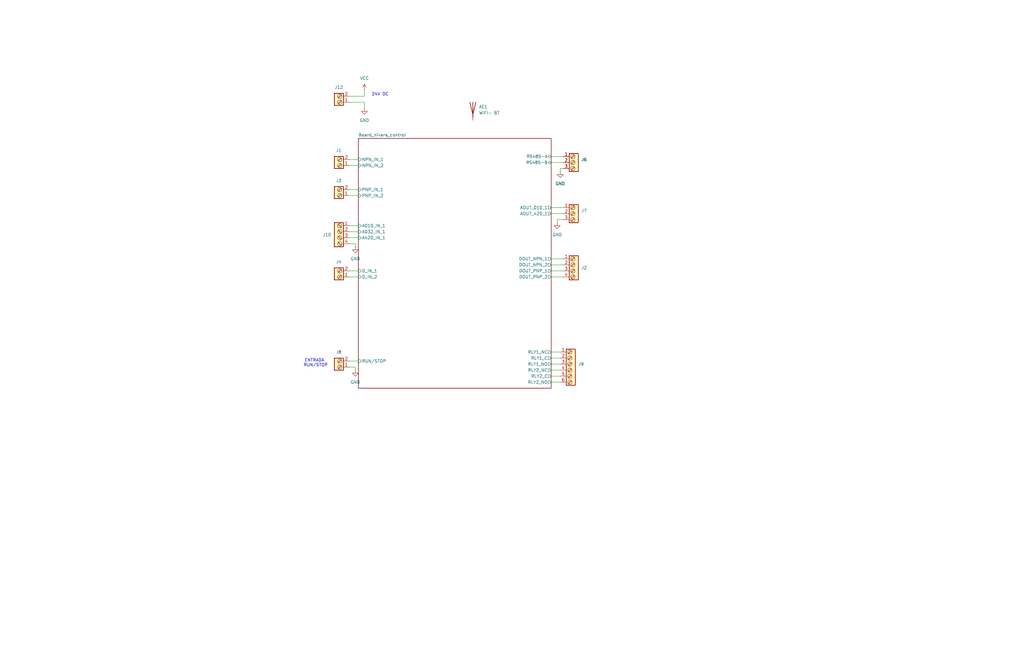
<source format=kicad_sch>
(kicad_sch (version 20250114) (generator "eeschema") (generator_version "9.0")
  (paper "USLedger")
  (title_block (title "NIVARA CONTROL") (date "2025-06-12") (rev "1") (company "ELECTIVA ITLA"))
  (lib_symbols
    (symbol "Device:Antenna" (pin_numbers (hide yes)) (pin_names (offset 1.016) (hide yes))
      (property "Reference" "AE" (at -1.905 1.905 0))
      (property "Value" "Antenna" (at -1.905 0 0))
      (symbol "Antenna_0_1"
        (polyline (pts (xy 0 2.54) (xy 0 -3.81)) (stroke (width 0.254)))
        (polyline (pts (xy 1.27 2.54) (xy 0 -2.54) (xy -1.27 2.54)) (stroke (width 0.254)))
      )
      (symbol "Antenna_1_1"
        (pin input line (at 0 -5.08 90) (length 2.54) (name "A") (number "1"))
      )
    )
    (symbol "PCM_SL_Screw_Terminal:Screw_Terminal_2_P5.00mm"
      (property "Reference" "J" (at 0 3.81 0))
      (property "Value" "Screw_Terminal_2_P5.00mm" (at 0 -3.81 0))
      (symbol "Screw_Terminal_2_P5.00mm_0_1"
        (rectangle (start -1.27 2.54) (end 2.54 -2.54) (stroke (width 0.3)) (fill (type background)))
        (polyline (pts (xy -0.254 0.508) (xy 1.016 1.778)))
        (polyline (pts (xy -0.254 -2.032) (xy 1.016 -0.762)))
        (polyline (pts (xy 0 1.27) (xy -0.508 0.762) (xy 0.762 2.032)))
        (polyline (pts (xy 0 -1.27) (xy -0.508 -1.778) (xy 0.762 -0.508)))
        (circle (center 0.254 1.27) (radius 0.9158))
        (circle (center 0.254 -1.27) (radius 0.9158))
      )
      (symbol "Screw_Terminal_2_P5.00mm_1_1"
        (pin passive line (at -3.81 1.27 0) (length 2.54) (name "") (number "1"))
        (pin passive line (at -3.81 -1.27 0) (length 2.54) (name "") (number "2"))
      )
    )
    (symbol "PCM_SL_Screw_Terminal:Screw_Terminal_3_P5.00mm"
      (property "Reference" "J" (at 0 5.842 0))
      (property "Value" "Screw_Terminal_3_P5.00mm" (at 1.27 -5.588 0))
      (symbol "Screw_Terminal_3_P5.00mm_0_1"
        (rectangle (start -1.27 3.81) (end 2.54 -3.81) (stroke (width 0.3)) (fill (type background)))
        (polyline (pts (xy -0.254 1.778) (xy 1.016 3.048)))
        (polyline (pts (xy -0.254 -0.762) (xy 1.016 0.508)))
        (polyline (pts (xy -0.254 -3.302) (xy 1.016 -2.032)))
        (polyline (pts (xy 0 2.54) (xy -0.508 2.032) (xy 0.762 3.302)))
        (polyline (pts (xy 0 0) (xy -0.508 -0.508) (xy 0.762 0.762)))
        (polyline (pts (xy 0 -2.54) (xy -0.508 -3.048) (xy 0.762 -1.778)))
        (circle (center 0.254 2.54) (radius 0.9158))
        (circle (center 0.254 0) (radius 0.9158))
        (circle (center 0.254 -2.54) (radius 0.9158))
      )
      (symbol "Screw_Terminal_3_P5.00mm_1_1"
        (pin passive line (at -3.81 2.54 0) (length 2.54) (name "") (number "1"))
        (pin passive line (at -3.81 0 0) (length 2.54) (name "") (number "2"))
        (pin passive line (at -3.81 -2.54 0) (length 2.54) (name "") (number "3"))
      )
    )
    (symbol "PCM_SL_Screw_Terminal:Screw_Terminal_4_P5.00mm"
      (property "Reference" "J" (at 0 6.35 0))
      (property "Value" "Screw_Terminal_4_P5.00mm" (at 1.27 -6.35 0))
      (symbol "Screw_Terminal_4_P5.00mm_0_1"
        (rectangle (start -1.27 5.08) (end 2.54 -5.08) (stroke (width 0.3)) (fill (type background)))
        (polyline (pts (xy -0.254 3.048) (xy 1.016 4.318)))
        (polyline (pts (xy -0.254 0.508) (xy 1.016 1.778)))
        (polyline (pts (xy -0.254 -2.032) (xy 1.016 -0.762)))
        (polyline (pts (xy -0.254 -4.572) (xy 1.016 -3.302)))
        (polyline (pts (xy 0 3.81) (xy -0.508 3.302) (xy 0.762 4.572)))
        (polyline (pts (xy 0 1.27) (xy -0.508 0.762) (xy 0.762 2.032)))
        (polyline (pts (xy 0 -1.27) (xy -0.508 -1.778) (xy 0.762 -0.508)))
        (polyline (pts (xy 0 -3.81) (xy -0.508 -4.318) (xy 0.762 -3.048)))
        (circle (center 0.254 3.81) (radius 0.9158))
        (circle (center 0.254 1.27) (radius 0.9158))
        (circle (center 0.254 -1.27) (radius 0.9158))
        (circle (center 0.254 -3.81) (radius 0.9158))
      )
      (symbol "Screw_Terminal_4_P5.00mm_1_1"
        (pin passive line (at -3.81 3.81 0) (length 2.54) (name "") (number "1"))
        (pin passive line (at -3.81 1.27 0) (length 2.54) (name "") (number "2"))
        (pin passive line (at -3.81 -1.27 0) (length 2.54) (name "") (number "3"))
        (pin passive line (at -3.81 -3.81 0) (length 2.54) (name "") (number "4"))
      )
    )
    (symbol "PCM_SL_Screw_Terminal:Screw_Terminal_6_P5.00mm"
      (property "Reference" "J" (at 0 8.89 0))
      (property "Value" "Screw_Terminal_6_P5.00mm" (at 1.27 -8.89 0))
      (symbol "Screw_Terminal_6_P5.00mm_0_1"
        (rectangle (start -1.27 7.62) (end 2.54 -7.62) (stroke (width 0.3)) (fill (type background)))
        (polyline (pts (xy -0.254 5.588) (xy 1.016 6.858)))
        (polyline (pts (xy -0.254 3.048) (xy 1.016 4.318)))
        (polyline (pts (xy -0.254 0.508) (xy 1.016 1.778)))
        (polyline (pts (xy -0.254 -2.032) (xy 1.016 -0.762)))
        (polyline (pts (xy -0.254 -4.572) (xy 1.016 -3.302)))
        (polyline (pts (xy -0.254 -7.112) (xy 1.016 -5.842)))
        (polyline (pts (xy 0 6.35) (xy -0.508 5.842) (xy 0.762 7.112)))
        (polyline (pts (xy 0 3.81) (xy -0.508 3.302) (xy 0.762 4.572)))
        (polyline (pts (xy 0 1.27) (xy -0.508 0.762) (xy 0.762 2.032)))
        (polyline (pts (xy 0 -1.27) (xy -0.508 -1.778) (xy 0.762 -0.508)))
        (polyline (pts (xy 0 -3.81) (xy -0.508 -4.318) (xy 0.762 -3.048)))
        (polyline (pts (xy 0 -6.35) (xy -0.508 -6.858) (xy 0.762 -5.588)))
        (circle (center 0.254 6.35) (radius 0.9158))
        (circle (center 0.254 3.81) (radius 0.9158))
        (circle (center 0.254 1.27) (radius 0.9158))
        (circle (center 0.254 -1.27) (radius 0.9158))
        (circle (center 0.254 -3.81) (radius 0.9158))
        (circle (center 0.254 -6.35) (radius 0.9158))
      )
      (symbol "Screw_Terminal_6_P5.00mm_1_1"
        (pin passive line (at -3.81 6.35 0) (length 2.54) (name "") (number "1"))
        (pin passive line (at -3.81 3.81 0) (length 2.54) (name "") (number "2"))
        (pin passive line (at -3.81 1.27 0) (length 2.54) (name "") (number "3"))
        (pin passive line (at -3.81 -1.27 0) (length 2.54) (name "") (number "4"))
        (pin passive line (at -3.81 -3.81 0) (length 2.54) (name "") (number "5"))
        (pin passive line (at -3.81 -6.35 0) (length 2.54) (name "") (number "6"))
      )
    )
    (symbol "power:GND" (power) (pin_numbers (hide yes)) (pin_names (offset 0) (hide yes))
      (property "Value" "GND" (at 0 -3.81 0))
      (symbol "GND_0_1"
        (polyline (pts (xy 0 0) (xy 0 -1.27) (xy 1.27 -1.27) (xy 0 -2.54) (xy -1.27 -1.27) (xy 0 -1.27)))
      )
      (symbol "GND_1_1"
        (pin power_in line (at 0 0 270) (length 0) (name "~") (number "1"))
      )
    )
    (symbol "power:VCC" (power) (pin_numbers (hide yes)) (pin_names (offset 0) (hide yes))
      (property "Value" "VCC" (at 0 3.556 0))
      (symbol "VCC_0_1"
        (polyline (pts (xy -0.762 1.27) (xy 0 2.54)))
        (polyline (pts (xy 0 2.54) (xy 0.762 1.27)))
        (polyline (pts (xy 0 0) (xy 0 2.54)))
      )
      (symbol "VCC_1_1"
        (pin power_in line (at 0 0 90) (length 0) (name "~") (number "1"))
      )
    )
  )
  (text "ENTRADA \nRUN/STOP" (at 133.096 153.162 0) (effects (font (size 1.27 1.27))))
  (text "24V DC" (at 160.274 39.878 0) (effects (font (size 1.27 1.27))))
  (wire (pts (xy 147.32 43.18) (xy 153.67 43.18)))
  (wire (pts (xy 149.86 156.21) (xy 149.86 154.94)))
  (wire (pts (xy 147.32 97.79) (xy 151.13 97.79)))
  (wire (pts (xy 232.41 158.75) (xy 236.22 158.75)))
  (wire (pts (xy 232.41 109.22) (xy 237.49 109.22)))
  (wire (pts (xy 232.41 68.58) (xy 237.49 68.58)))
  (wire (pts (xy 147.32 152.4) (xy 151.13 152.4)))
  (wire (pts (xy 234.95 93.98) (xy 234.95 92.71)))
  (wire (pts (xy 232.41 87.63) (xy 237.49 87.63)))
  (wire (pts (xy 236.22 71.12) (xy 237.49 71.12)))
  (wire (pts (xy 232.41 148.59) (xy 236.22 148.59)))
  (wire (pts (xy 149.86 154.94) (xy 147.32 154.94)))
  (wire (pts (xy 147.32 102.87) (xy 149.86 102.87)))
  (wire (pts (xy 153.67 40.64) (xy 153.67 38.1)))
  (wire (pts (xy 147.32 69.85) (xy 151.13 69.85)))
  (wire (pts (xy 147.32 40.64) (xy 153.67 40.64)))
  (wire (pts (xy 232.41 161.29) (xy 236.22 161.29)))
  (wire (pts (xy 232.41 66.04) (xy 237.49 66.04)))
  (wire (pts (xy 153.67 43.18) (xy 153.67 45.72)))
  (wire (pts (xy 147.32 116.84) (xy 151.13 116.84)))
  (wire (pts (xy 147.32 95.25) (xy 151.13 95.25)))
  (wire (pts (xy 147.32 114.3) (xy 151.13 114.3)))
  (wire (pts (xy 236.22 72.39) (xy 236.22 71.12)))
  (wire (pts (xy 232.41 151.13) (xy 236.22 151.13)))
  (wire (pts (xy 232.41 114.3) (xy 237.49 114.3)))
  (wire (pts (xy 232.41 90.17) (xy 237.49 90.17)))
  (wire (pts (xy 147.32 100.33) (xy 151.13 100.33)))
  (wire (pts (xy 234.95 92.71) (xy 237.49 92.71)))
  (wire (pts (xy 149.86 104.14) (xy 149.86 102.87)))
  (wire (pts (xy 147.32 67.31) (xy 151.13 67.31)))
  (wire (pts (xy 232.41 153.67) (xy 236.22 153.67)))
  (wire (pts (xy 232.41 156.21) (xy 236.22 156.21)))
  (wire (pts (xy 232.41 116.84) (xy 237.49 116.84)))
  (wire (pts (xy 147.32 82.55) (xy 151.13 82.55)))
  (wire (pts (xy 147.32 80.01) (xy 151.13 80.01)))
  (wire (pts (xy 232.41 111.76) (xy 237.49 111.76)))
  (symbol (lib_id "power:GND") (at 149.86 104.14 0) (unit 1)
    (property "Reference" "#PWR05" (effects (hide yes)))
    (property "Value" "GND" (at 149.86 109.22 0))
    (property "Description" "Power symbol creates a global label with name \"GND\" , ground" (effects (hide yes)))
  )
  (symbol (lib_id "PCM_SL_Screw_Terminal:Screw_Terminal_2_P5.00mm") (at 143.51 115.57 180) (unit 1)
    (property "Reference" "J4" (at 142.875 110.49 0))
    (property "Value" "Screw_Terminal_2_P5.00mm" (effects (hide yes)))
    (property "Footprint" "TerminalBlock_Phoenix:TerminalBlock_Phoenix_PT-1,5-2-5.0-H_1x02_P5.00mm_Horizontal" (effects (hide yes)))
  )
  (symbol (lib_id "PCM_SL_Screw_Terminal:Screw_Terminal_4_P5.00mm") (at 241.3 113.03 0) (unit 1)
    (property "Reference" "J2" (at 245.11 113.0299 0) (effects (justify left)))
    (property "Value" "Screw_Terminal_4_P5.00mm" (effects (hide yes)))
    (property "Footprint" "TerminalBlock_Phoenix:TerminalBlock_Phoenix_PT-1,5-4-5.0-H_1x04_P5.00mm_Horizontal" (effects (hide yes)))
  )
  (symbol (lib_id "PCM_SL_Screw_Terminal:Screw_Terminal_2_P5.00mm") (at 143.51 81.28 180) (unit 1)
    (property "Reference" "J3" (at 142.875 76.2 0))
    (property "Value" "Screw_Terminal_2_P5.00mm" (effects (hide yes)))
    (property "Footprint" "TerminalBlock_Phoenix:TerminalBlock_Phoenix_PT-1,5-2-5.0-H_1x02_P5.00mm_Horizontal" (effects (hide yes)))
  )
  (symbol (lib_id "PCM_SL_Screw_Terminal:Screw_Terminal_3_P5.00mm") (at 241.3 68.58 0) (unit 1)
    (property "Reference" "J6" (at 245.11 67.3099 0) (effects (justify left)))
    (property "Value" "Screw_Terminal_3_P5.00mm" (effects (hide yes)))
    (property "Footprint" "TerminalBlock_Phoenix:TerminalBlock_Phoenix_PT-1,5-3-5.0-H_1x03_P5.00mm_Horizontal" (effects (hide yes)))
  )
  (symbol (lib_id "PCM_SL_Screw_Terminal:Screw_Terminal_2_P5.00mm") (at 143.51 153.67 180) (unit 1)
    (property "Reference" "J8" (at 142.875 148.59 0))
    (property "Value" "Screw_Terminal_2_P5.00mm" (effects (hide yes)))
    (property "Footprint" "TerminalBlock_Phoenix:TerminalBlock_Phoenix_PT-1,5-2-5.0-H_1x02_P5.00mm_Horizontal" (effects (hide yes)))
  )
  (symbol (lib_id "power:GND") (at 149.86 156.21 0) (unit 1)
    (property "Reference" "#PWR06" (effects (hide yes)))
    (property "Value" "GND" (at 149.86 161.29 0))
    (property "Description" "Power symbol creates a global label with name \"GND\" , ground" (effects (hide yes)))
  )
  (symbol (lib_id "power:GND") (at 234.95 93.98 0) (unit 1)
    (property "Reference" "#PWR07" (effects (hide yes)))
    (property "Value" "GND" (at 234.95 99.06 0))
    (property "Description" "Power symbol creates a global label with name \"GND\" , ground" (effects (hide yes)))
  )
  (symbol (lib_id "PCM_SL_Screw_Terminal:Screw_Terminal_3_P5.00mm") (at 241.3 90.17 0) (unit 1)
    (property "Reference" "J7" (at 245.11 88.8999 0) (effects (justify left)))
    (property "Value" "Screw_Terminal_3_P5.00mm" (effects (hide yes)))
    (property "Footprint" "TerminalBlock_Phoenix:TerminalBlock_Phoenix_PT-1,5-3-5.0-H_1x03_P5.00mm_Horizontal" (effects (hide yes)))
  )
  (symbol (lib_id "PCM_SL_Screw_Terminal:Screw_Terminal_2_P5.00mm") (at 143.51 68.58 180) (unit 1)
    (property "Reference" "J1" (at 142.875 63.5 0))
    (property "Value" "Screw_Terminal_2_P5.00mm" (effects (hide yes)))
    (property "Footprint" "TerminalBlock_Phoenix:TerminalBlock_Phoenix_PT-1,5-2-5.0-H_1x02_P5.00mm_Horizontal" (effects (hide yes)))
  )
  (symbol (lib_id "PCM_SL_Screw_Terminal:Screw_Terminal_6_P5.00mm") (at 240.03 154.94 0) (unit 1)
    (property "Reference" "J9" (at 243.84 153.6699 0) (effects (justify left)))
    (property "Value" "Screw_Terminal_6_P5.00mm" (effects (hide yes)))
    (property "Footprint" "TerminalBlock_Phoenix:TerminalBlock_Phoenix_PT-1,5-6-5.0-H_1x06_P5.00mm_Horizontal" (effects (hide yes)))
  )
  (symbol (lib_id "PCM_SL_Screw_Terminal:Screw_Terminal_4_P5.00mm") (at 143.51 99.06 0) (mirror y) (unit 1)
    (property "Reference" "J10" (at 139.7 99.0599 0) (effects (justify left)))
    (property "Value" "Screw_Terminal_4_P5.00mm" (effects (hide yes)))
    (property "Footprint" "TerminalBlock_Phoenix:TerminalBlock_Phoenix_PT-1,5-4-5.0-H_1x04_P5.00mm_Horizontal" (effects (hide yes)))
  )
  (symbol (lib_id "power:GND") (at 236.22 72.39 0) (unit 1)
    (property "Reference" "#PWR04" (effects (hide yes)))
    (property "Value" "GND" (at 236.22 77.47 0))
    (property "Description" "Power symbol creates a global label with name \"GND\" , ground" (effects (hide yes)))
  )
  (symbol (lib_id "power:GND") (at 153.67 45.72 0) (unit 1)
    (property "Reference" "#PWR01" (effects (hide yes)))
    (property "Value" "GND" (at 153.67 50.8 0))
    (property "Description" "Power symbol creates a global label with name \"GND\" , ground" (effects (hide yes)))
  )
  (symbol (lib_id "Device:Antenna") (at 199.39 45.72 0) (unit 1) (on_board no)
    (property "Reference" "AE1" (at 201.93 45.0849 0) (effects (justify left)))
    (property "Value" "WIFI- BT" (at 201.93 47.6249 0) (effects (justify left)))
    (property "Description" "Antenna" (effects (hide yes)))
  )
  (symbol (lib_id "power:VCC") (at 153.67 38.1 0) (unit 1)
    (property "Reference" "#PWR02" (effects (hide yes)))
    (property "Value" "VCC" (at 153.67 33.02 0))
    (property "Description" "Power symbol creates a global label with name \"VCC\"" (effects (hide yes)))
  )
  (symbol (lib_id "PCM_SL_Screw_Terminal:Screw_Terminal_2_P5.00mm") (at 143.51 41.91 180) (unit 1)
    (property "Reference" "J12" (at 142.875 36.83 0))
    (property "Value" "Screw_Terminal_2_P5.00mm" (effects (hide yes)))
    (property "Footprint" "TerminalBlock_Phoenix:TerminalBlock_Phoenix_PT-1,5-2-5.0-H_1x02_P5.00mm_Horizontal" (effects (hide yes)))
  )
  (sheet (at 151.13 58.42) (size 81.28 105.41) (stroke (width 0.1524))
    (property "Sheetname" "Board_nivara_control" (at 151.13 57.7084 0) (effects (justify left bottom)))
    (property "Sheetfile" "Board_nivara_control.kicad_sch" (effects (hide yes)))
    (pin "A010_IN_1" input (at 151.13 95.25 180))
    (pin "A032_IN_1" input (at 151.13 97.79 180))
    (pin "A420_IN_1" input (at 151.13 100.33 180))
    (pin "AOUT_010_1" output (at 232.41 87.63 0))
    (pin "AOUT_420_1" output (at 232.41 90.17 0))
    (pin "D_IN_1" input (at 151.13 114.3 180))
    (pin "D_IN_2" input (at 151.13 116.84 180))
    (pin "NPN_IN_1" input (at 151.13 67.31 180))
    (pin "NPN_IN_2" input (at 151.13 69.85 180))
    (pin "PNP_IN_1" input (at 151.13 80.01 180))
    (pin "PNP_IN_2" input (at 151.13 82.55 180))
    (pin "RLY1_C" output (at 232.41 151.13 0))
    (pin "RLY1_NC" output (at 232.41 148.59 0))
    (pin "RLY1_NO" output (at 232.41 153.67 0))
    (pin "RLY2_C" output (at 232.41 158.75 0))
    (pin "RLY2_NC" output (at 232.41 156.21 0))
    (pin "RLY2_NO" output (at 232.41 161.29 0))
    (pin "RS485-A" bidirectional (at 232.41 66.04 0))
    (pin "RS485-B" bidirectional (at 232.41 68.58 0))
    (pin "RUN{slash}STOP" input (at 151.13 152.4 180))
    (pin "DOUT_NPN_1" output (at 232.41 109.22 0))
    (pin "DOUT_NPN_2" output (at 232.41 111.76 0))
    (pin "DOUT_PNP_1" output (at 232.41 114.3 0))
    (pin "DOUT_PNP_2" output (at 232.41 116.84 0))
  )
)
</source>
